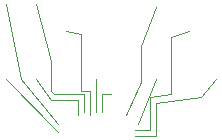
<source format=gbr>
G04 #@! TF.GenerationSoftware,KiCad,Pcbnew,5.99.0-unknown-r17607-a0698723*
G04 #@! TF.CreationDate,2020-04-13T08:25:32-05:00*
G04 #@! TF.ProjectId,pcb_smd,7063625f-736d-4642-9e6b-696361645f70,rev?*
G04 #@! TF.SameCoordinates,Original*
G04 #@! TF.FileFunction,Paste,Bot*
G04 #@! TF.FilePolarity,Positive*
%FSLAX46Y46*%
G04 Gerber Fmt 4.6, Leading zero omitted, Abs format (unit mm)*
G04 Created by KiCad (PCBNEW 5.99.0-unknown-r17607-a0698723) date 2020-04-13 08:25:32*
%MOMM*%
%LPD*%
G01*
G04 APERTURE LIST*
%ADD10C,0.100000*%
G04 APERTURE END LIST*
D10*
X148590000Y-69596000D02*
X149860000Y-66294000D01*
X148590000Y-72644000D02*
X148590000Y-69596000D01*
X147320000Y-75438000D02*
X148590000Y-72644000D01*
X148336000Y-76200000D02*
X149860000Y-72390000D01*
X151130000Y-68834000D02*
X152654000Y-68326000D01*
X151130000Y-73660000D02*
X151130000Y-68834000D01*
X149352000Y-73914000D02*
X151130000Y-73660000D01*
X149352000Y-76708000D02*
X149352000Y-73914000D01*
X148082000Y-76708000D02*
X149352000Y-76708000D01*
X153670000Y-73914000D02*
X154940000Y-72390000D01*
X149860000Y-74422000D02*
X153670000Y-73914000D01*
X149860000Y-77216000D02*
X149860000Y-74422000D01*
X148082000Y-77216000D02*
X149860000Y-77216000D01*
X145288000Y-73660000D02*
X146050000Y-73660000D01*
X145288000Y-75184000D02*
X145288000Y-73660000D01*
X144780000Y-75184000D02*
X144780000Y-72390000D01*
X143510000Y-68580000D02*
X142240000Y-68326000D01*
X143510000Y-73406000D02*
X143510000Y-68580000D01*
X144272000Y-73406000D02*
X143510000Y-73406000D01*
X144272000Y-75438000D02*
X144272000Y-73406000D01*
X140970000Y-70866000D02*
X139700000Y-66040000D01*
X140970000Y-73406000D02*
X140970000Y-70866000D01*
X141224000Y-73660000D02*
X140970000Y-73406000D01*
X143764000Y-73660000D02*
X141224000Y-73660000D01*
X143764000Y-75184000D02*
X143764000Y-73660000D01*
X140970000Y-74168000D02*
X139700000Y-72390000D01*
X143256000Y-74168000D02*
X140970000Y-74168000D01*
X143256000Y-75438000D02*
X143256000Y-74168000D01*
X138430000Y-72390000D02*
X137160000Y-66040000D01*
X141605000Y-76200000D02*
X138430000Y-72390000D01*
X141605000Y-76835000D02*
X137160000Y-72390000D01*
M02*

</source>
